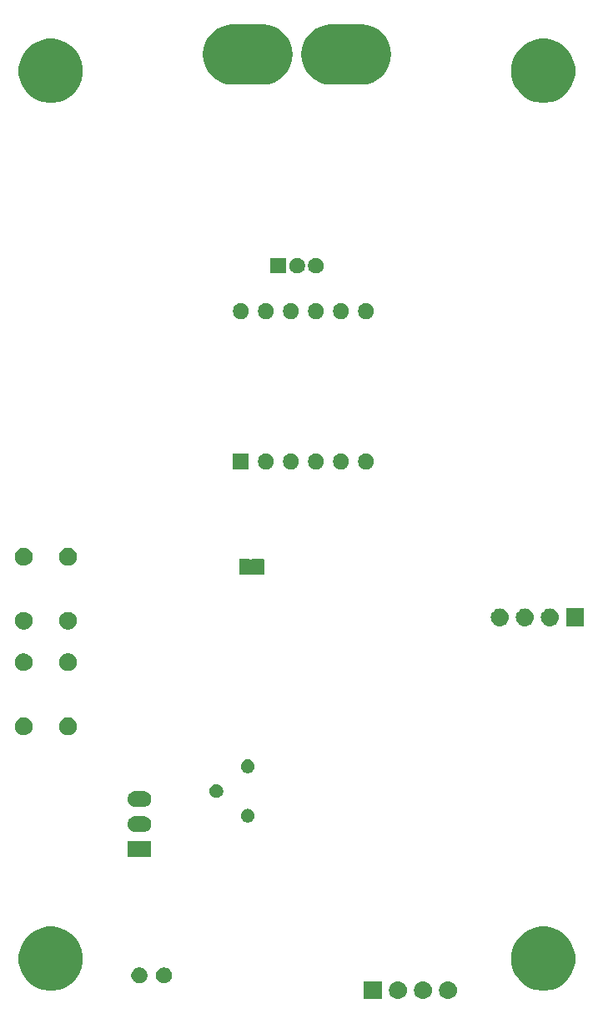
<source format=gbs>
G04 #@! TF.GenerationSoftware,KiCad,Pcbnew,(5.1.4)-1*
G04 #@! TF.CreationDate,2020-11-18T17:54:53+09:00*
G04 #@! TF.ProjectId,CurrentIndicator,43757272-656e-4744-996e-64696361746f,rev?*
G04 #@! TF.SameCoordinates,Original*
G04 #@! TF.FileFunction,Soldermask,Bot*
G04 #@! TF.FilePolarity,Negative*
%FSLAX46Y46*%
G04 Gerber Fmt 4.6, Leading zero omitted, Abs format (unit mm)*
G04 Created by KiCad (PCBNEW (5.1.4)-1) date 2020-11-18 17:54:53*
%MOMM*%
%LPD*%
G04 APERTURE LIST*
%ADD10C,0.100000*%
G04 APERTURE END LIST*
D10*
G36*
X180350443Y-147305519D02*
G01*
X180416627Y-147312037D01*
X180586466Y-147363557D01*
X180742991Y-147447222D01*
X180778729Y-147476552D01*
X180880186Y-147559814D01*
X180963448Y-147661271D01*
X180992778Y-147697009D01*
X181076443Y-147853534D01*
X181127963Y-148023373D01*
X181145359Y-148200000D01*
X181127963Y-148376627D01*
X181076443Y-148546466D01*
X180992778Y-148702991D01*
X180963448Y-148738729D01*
X180880186Y-148840186D01*
X180778729Y-148923448D01*
X180742991Y-148952778D01*
X180586466Y-149036443D01*
X180416627Y-149087963D01*
X180350443Y-149094481D01*
X180284260Y-149101000D01*
X180195740Y-149101000D01*
X180129557Y-149094481D01*
X180063373Y-149087963D01*
X179893534Y-149036443D01*
X179737009Y-148952778D01*
X179701271Y-148923448D01*
X179599814Y-148840186D01*
X179516552Y-148738729D01*
X179487222Y-148702991D01*
X179403557Y-148546466D01*
X179352037Y-148376627D01*
X179334641Y-148200000D01*
X179352037Y-148023373D01*
X179403557Y-147853534D01*
X179487222Y-147697009D01*
X179516552Y-147661271D01*
X179599814Y-147559814D01*
X179701271Y-147476552D01*
X179737009Y-147447222D01*
X179893534Y-147363557D01*
X180063373Y-147312037D01*
X180129557Y-147305519D01*
X180195740Y-147299000D01*
X180284260Y-147299000D01*
X180350443Y-147305519D01*
X180350443Y-147305519D01*
G37*
G36*
X178601000Y-149101000D02*
G01*
X176799000Y-149101000D01*
X176799000Y-147299000D01*
X178601000Y-147299000D01*
X178601000Y-149101000D01*
X178601000Y-149101000D01*
G37*
G36*
X185430443Y-147305519D02*
G01*
X185496627Y-147312037D01*
X185666466Y-147363557D01*
X185822991Y-147447222D01*
X185858729Y-147476552D01*
X185960186Y-147559814D01*
X186043448Y-147661271D01*
X186072778Y-147697009D01*
X186156443Y-147853534D01*
X186207963Y-148023373D01*
X186225359Y-148200000D01*
X186207963Y-148376627D01*
X186156443Y-148546466D01*
X186072778Y-148702991D01*
X186043448Y-148738729D01*
X185960186Y-148840186D01*
X185858729Y-148923448D01*
X185822991Y-148952778D01*
X185666466Y-149036443D01*
X185496627Y-149087963D01*
X185430443Y-149094481D01*
X185364260Y-149101000D01*
X185275740Y-149101000D01*
X185209557Y-149094481D01*
X185143373Y-149087963D01*
X184973534Y-149036443D01*
X184817009Y-148952778D01*
X184781271Y-148923448D01*
X184679814Y-148840186D01*
X184596552Y-148738729D01*
X184567222Y-148702991D01*
X184483557Y-148546466D01*
X184432037Y-148376627D01*
X184414641Y-148200000D01*
X184432037Y-148023373D01*
X184483557Y-147853534D01*
X184567222Y-147697009D01*
X184596552Y-147661271D01*
X184679814Y-147559814D01*
X184781271Y-147476552D01*
X184817009Y-147447222D01*
X184973534Y-147363557D01*
X185143373Y-147312037D01*
X185209557Y-147305519D01*
X185275740Y-147299000D01*
X185364260Y-147299000D01*
X185430443Y-147305519D01*
X185430443Y-147305519D01*
G37*
G36*
X182890443Y-147305519D02*
G01*
X182956627Y-147312037D01*
X183126466Y-147363557D01*
X183282991Y-147447222D01*
X183318729Y-147476552D01*
X183420186Y-147559814D01*
X183503448Y-147661271D01*
X183532778Y-147697009D01*
X183616443Y-147853534D01*
X183667963Y-148023373D01*
X183685359Y-148200000D01*
X183667963Y-148376627D01*
X183616443Y-148546466D01*
X183532778Y-148702991D01*
X183503448Y-148738729D01*
X183420186Y-148840186D01*
X183318729Y-148923448D01*
X183282991Y-148952778D01*
X183126466Y-149036443D01*
X182956627Y-149087963D01*
X182890443Y-149094481D01*
X182824260Y-149101000D01*
X182735740Y-149101000D01*
X182669557Y-149094481D01*
X182603373Y-149087963D01*
X182433534Y-149036443D01*
X182277009Y-148952778D01*
X182241271Y-148923448D01*
X182139814Y-148840186D01*
X182056552Y-148738729D01*
X182027222Y-148702991D01*
X181943557Y-148546466D01*
X181892037Y-148376627D01*
X181874641Y-148200000D01*
X181892037Y-148023373D01*
X181943557Y-147853534D01*
X182027222Y-147697009D01*
X182056552Y-147661271D01*
X182139814Y-147559814D01*
X182241271Y-147476552D01*
X182277009Y-147447222D01*
X182433534Y-147363557D01*
X182603373Y-147312037D01*
X182669557Y-147305519D01*
X182735740Y-147299000D01*
X182824260Y-147299000D01*
X182890443Y-147305519D01*
X182890443Y-147305519D01*
G37*
G36*
X195634239Y-141811467D02*
G01*
X195948282Y-141873934D01*
X196539926Y-142119001D01*
X197072392Y-142474784D01*
X197525216Y-142927608D01*
X197880999Y-143460074D01*
X198126066Y-144051718D01*
X198251000Y-144679804D01*
X198251000Y-145320196D01*
X198126066Y-145948282D01*
X197880999Y-146539926D01*
X197525216Y-147072392D01*
X197072392Y-147525216D01*
X196539926Y-147880999D01*
X195948282Y-148126066D01*
X195634239Y-148188533D01*
X195320197Y-148251000D01*
X194679803Y-148251000D01*
X194365761Y-148188533D01*
X194051718Y-148126066D01*
X193460074Y-147880999D01*
X192927608Y-147525216D01*
X192474784Y-147072392D01*
X192119001Y-146539926D01*
X191873934Y-145948282D01*
X191749000Y-145320196D01*
X191749000Y-144679804D01*
X191873934Y-144051718D01*
X192119001Y-143460074D01*
X192474784Y-142927608D01*
X192927608Y-142474784D01*
X193460074Y-142119001D01*
X194051718Y-141873934D01*
X194365761Y-141811467D01*
X194679803Y-141749000D01*
X195320197Y-141749000D01*
X195634239Y-141811467D01*
X195634239Y-141811467D01*
G37*
G36*
X145634239Y-141811467D02*
G01*
X145948282Y-141873934D01*
X146539926Y-142119001D01*
X147072392Y-142474784D01*
X147525216Y-142927608D01*
X147880999Y-143460074D01*
X148126066Y-144051718D01*
X148251000Y-144679804D01*
X148251000Y-145320196D01*
X148126066Y-145948282D01*
X147880999Y-146539926D01*
X147525216Y-147072392D01*
X147072392Y-147525216D01*
X146539926Y-147880999D01*
X145948282Y-148126066D01*
X145634239Y-148188533D01*
X145320197Y-148251000D01*
X144679803Y-148251000D01*
X144365761Y-148188533D01*
X144051718Y-148126066D01*
X143460074Y-147880999D01*
X142927608Y-147525216D01*
X142474784Y-147072392D01*
X142119001Y-146539926D01*
X141873934Y-145948282D01*
X141749000Y-145320196D01*
X141749000Y-144679804D01*
X141873934Y-144051718D01*
X142119001Y-143460074D01*
X142474784Y-142927608D01*
X142927608Y-142474784D01*
X143460074Y-142119001D01*
X144051718Y-141873934D01*
X144365761Y-141811467D01*
X144679803Y-141749000D01*
X145320197Y-141749000D01*
X145634239Y-141811467D01*
X145634239Y-141811467D01*
G37*
G36*
X154237142Y-145918242D02*
G01*
X154385101Y-145979529D01*
X154518255Y-146068499D01*
X154631501Y-146181745D01*
X154720471Y-146314899D01*
X154781758Y-146462858D01*
X154813000Y-146619925D01*
X154813000Y-146780075D01*
X154781758Y-146937142D01*
X154720471Y-147085101D01*
X154631501Y-147218255D01*
X154518255Y-147331501D01*
X154385101Y-147420471D01*
X154237142Y-147481758D01*
X154080075Y-147513000D01*
X153919925Y-147513000D01*
X153762858Y-147481758D01*
X153614899Y-147420471D01*
X153481745Y-147331501D01*
X153368499Y-147218255D01*
X153279529Y-147085101D01*
X153218242Y-146937142D01*
X153187000Y-146780075D01*
X153187000Y-146619925D01*
X153218242Y-146462858D01*
X153279529Y-146314899D01*
X153368499Y-146181745D01*
X153481745Y-146068499D01*
X153614899Y-145979529D01*
X153762858Y-145918242D01*
X153919925Y-145887000D01*
X154080075Y-145887000D01*
X154237142Y-145918242D01*
X154237142Y-145918242D01*
G37*
G36*
X156737142Y-145918242D02*
G01*
X156885101Y-145979529D01*
X157018255Y-146068499D01*
X157131501Y-146181745D01*
X157220471Y-146314899D01*
X157281758Y-146462858D01*
X157313000Y-146619925D01*
X157313000Y-146780075D01*
X157281758Y-146937142D01*
X157220471Y-147085101D01*
X157131501Y-147218255D01*
X157018255Y-147331501D01*
X156885101Y-147420471D01*
X156737142Y-147481758D01*
X156580075Y-147513000D01*
X156419925Y-147513000D01*
X156262858Y-147481758D01*
X156114899Y-147420471D01*
X155981745Y-147331501D01*
X155868499Y-147218255D01*
X155779529Y-147085101D01*
X155718242Y-146937142D01*
X155687000Y-146780075D01*
X155687000Y-146619925D01*
X155718242Y-146462858D01*
X155779529Y-146314899D01*
X155868499Y-146181745D01*
X155981745Y-146068499D01*
X156114899Y-145979529D01*
X156262858Y-145918242D01*
X156419925Y-145887000D01*
X156580075Y-145887000D01*
X156737142Y-145918242D01*
X156737142Y-145918242D01*
G37*
G36*
X155201000Y-134701000D02*
G01*
X152799000Y-134701000D01*
X152799000Y-133099000D01*
X155201000Y-133099000D01*
X155201000Y-134701000D01*
X155201000Y-134701000D01*
G37*
G36*
X154478571Y-130562863D02*
G01*
X154557023Y-130570590D01*
X154657682Y-130601125D01*
X154708013Y-130616392D01*
X154847165Y-130690771D01*
X154969133Y-130790867D01*
X155069229Y-130912835D01*
X155143608Y-131051987D01*
X155143608Y-131051988D01*
X155189410Y-131202977D01*
X155204875Y-131360000D01*
X155189410Y-131517023D01*
X155158875Y-131617682D01*
X155143608Y-131668013D01*
X155069229Y-131807165D01*
X154969133Y-131929133D01*
X154847165Y-132029229D01*
X154708013Y-132103608D01*
X154657682Y-132118875D01*
X154557023Y-132149410D01*
X154478571Y-132157137D01*
X154439346Y-132161000D01*
X153560654Y-132161000D01*
X153521429Y-132157137D01*
X153442977Y-132149410D01*
X153342318Y-132118875D01*
X153291987Y-132103608D01*
X153152835Y-132029229D01*
X153030867Y-131929133D01*
X152930771Y-131807165D01*
X152856392Y-131668013D01*
X152841125Y-131617682D01*
X152810590Y-131517023D01*
X152795125Y-131360000D01*
X152810590Y-131202977D01*
X152856392Y-131051988D01*
X152856392Y-131051987D01*
X152930771Y-130912835D01*
X153030867Y-130790867D01*
X153152835Y-130690771D01*
X153291987Y-130616392D01*
X153342318Y-130601125D01*
X153442977Y-130570590D01*
X153521429Y-130562863D01*
X153560654Y-130559000D01*
X154439346Y-130559000D01*
X154478571Y-130562863D01*
X154478571Y-130562863D01*
G37*
G36*
X165204473Y-129825938D02*
G01*
X165332049Y-129878782D01*
X165446859Y-129955495D01*
X165544505Y-130053141D01*
X165621218Y-130167951D01*
X165674062Y-130295527D01*
X165701000Y-130430956D01*
X165701000Y-130569044D01*
X165674062Y-130704473D01*
X165621218Y-130832049D01*
X165544505Y-130946859D01*
X165446859Y-131044505D01*
X165332049Y-131121218D01*
X165204473Y-131174062D01*
X165069044Y-131201000D01*
X164930956Y-131201000D01*
X164795527Y-131174062D01*
X164667951Y-131121218D01*
X164553141Y-131044505D01*
X164455495Y-130946859D01*
X164378782Y-130832049D01*
X164325938Y-130704473D01*
X164299000Y-130569044D01*
X164299000Y-130430956D01*
X164325938Y-130295527D01*
X164378782Y-130167951D01*
X164455495Y-130053141D01*
X164553141Y-129955495D01*
X164667951Y-129878782D01*
X164795527Y-129825938D01*
X164930956Y-129799000D01*
X165069044Y-129799000D01*
X165204473Y-129825938D01*
X165204473Y-129825938D01*
G37*
G36*
X154478571Y-128022863D02*
G01*
X154557023Y-128030590D01*
X154657682Y-128061125D01*
X154708013Y-128076392D01*
X154847165Y-128150771D01*
X154969133Y-128250867D01*
X155069229Y-128372835D01*
X155143608Y-128511987D01*
X155143608Y-128511988D01*
X155189410Y-128662977D01*
X155204875Y-128820000D01*
X155189410Y-128977023D01*
X155158875Y-129077682D01*
X155143608Y-129128013D01*
X155069229Y-129267165D01*
X154969133Y-129389133D01*
X154847165Y-129489229D01*
X154708013Y-129563608D01*
X154657682Y-129578875D01*
X154557023Y-129609410D01*
X154478571Y-129617137D01*
X154439346Y-129621000D01*
X153560654Y-129621000D01*
X153521429Y-129617137D01*
X153442977Y-129609410D01*
X153342318Y-129578875D01*
X153291987Y-129563608D01*
X153152835Y-129489229D01*
X153030867Y-129389133D01*
X152930771Y-129267165D01*
X152856392Y-129128013D01*
X152841125Y-129077682D01*
X152810590Y-128977023D01*
X152795125Y-128820000D01*
X152810590Y-128662977D01*
X152856392Y-128511988D01*
X152856392Y-128511987D01*
X152930771Y-128372835D01*
X153030867Y-128250867D01*
X153152835Y-128150771D01*
X153291987Y-128076392D01*
X153342318Y-128061125D01*
X153442977Y-128030590D01*
X153521429Y-128022863D01*
X153560654Y-128019000D01*
X154439346Y-128019000D01*
X154478571Y-128022863D01*
X154478571Y-128022863D01*
G37*
G36*
X162004473Y-127325938D02*
G01*
X162132049Y-127378782D01*
X162246859Y-127455495D01*
X162344505Y-127553141D01*
X162421218Y-127667951D01*
X162474062Y-127795527D01*
X162501000Y-127930956D01*
X162501000Y-128069044D01*
X162474062Y-128204473D01*
X162421218Y-128332049D01*
X162344505Y-128446859D01*
X162246859Y-128544505D01*
X162132049Y-128621218D01*
X162004473Y-128674062D01*
X161869044Y-128701000D01*
X161730956Y-128701000D01*
X161595527Y-128674062D01*
X161467951Y-128621218D01*
X161353141Y-128544505D01*
X161255495Y-128446859D01*
X161178782Y-128332049D01*
X161125938Y-128204473D01*
X161099000Y-128069044D01*
X161099000Y-127930956D01*
X161125938Y-127795527D01*
X161178782Y-127667951D01*
X161255495Y-127553141D01*
X161353141Y-127455495D01*
X161467951Y-127378782D01*
X161595527Y-127325938D01*
X161730956Y-127299000D01*
X161869044Y-127299000D01*
X162004473Y-127325938D01*
X162004473Y-127325938D01*
G37*
G36*
X165204473Y-124825938D02*
G01*
X165332049Y-124878782D01*
X165446859Y-124955495D01*
X165544505Y-125053141D01*
X165621218Y-125167951D01*
X165674062Y-125295527D01*
X165701000Y-125430956D01*
X165701000Y-125569044D01*
X165674062Y-125704473D01*
X165621218Y-125832049D01*
X165544505Y-125946859D01*
X165446859Y-126044505D01*
X165332049Y-126121218D01*
X165204473Y-126174062D01*
X165069044Y-126201000D01*
X164930956Y-126201000D01*
X164795527Y-126174062D01*
X164667951Y-126121218D01*
X164553141Y-126044505D01*
X164455495Y-125946859D01*
X164378782Y-125832049D01*
X164325938Y-125704473D01*
X164299000Y-125569044D01*
X164299000Y-125430956D01*
X164325938Y-125295527D01*
X164378782Y-125167951D01*
X164455495Y-125053141D01*
X164553141Y-124955495D01*
X164667951Y-124878782D01*
X164795527Y-124825938D01*
X164930956Y-124799000D01*
X165069044Y-124799000D01*
X165204473Y-124825938D01*
X165204473Y-124825938D01*
G37*
G36*
X146863512Y-120553927D02*
G01*
X147012812Y-120583624D01*
X147176784Y-120651544D01*
X147324354Y-120750147D01*
X147449853Y-120875646D01*
X147548456Y-121023216D01*
X147616376Y-121187188D01*
X147651000Y-121361259D01*
X147651000Y-121538741D01*
X147616376Y-121712812D01*
X147548456Y-121876784D01*
X147449853Y-122024354D01*
X147324354Y-122149853D01*
X147176784Y-122248456D01*
X147012812Y-122316376D01*
X146863512Y-122346073D01*
X146838742Y-122351000D01*
X146661258Y-122351000D01*
X146636488Y-122346073D01*
X146487188Y-122316376D01*
X146323216Y-122248456D01*
X146175646Y-122149853D01*
X146050147Y-122024354D01*
X145951544Y-121876784D01*
X145883624Y-121712812D01*
X145849000Y-121538741D01*
X145849000Y-121361259D01*
X145883624Y-121187188D01*
X145951544Y-121023216D01*
X146050147Y-120875646D01*
X146175646Y-120750147D01*
X146323216Y-120651544D01*
X146487188Y-120583624D01*
X146636488Y-120553927D01*
X146661258Y-120549000D01*
X146838742Y-120549000D01*
X146863512Y-120553927D01*
X146863512Y-120553927D01*
G37*
G36*
X142363512Y-120553927D02*
G01*
X142512812Y-120583624D01*
X142676784Y-120651544D01*
X142824354Y-120750147D01*
X142949853Y-120875646D01*
X143048456Y-121023216D01*
X143116376Y-121187188D01*
X143151000Y-121361259D01*
X143151000Y-121538741D01*
X143116376Y-121712812D01*
X143048456Y-121876784D01*
X142949853Y-122024354D01*
X142824354Y-122149853D01*
X142676784Y-122248456D01*
X142512812Y-122316376D01*
X142363512Y-122346073D01*
X142338742Y-122351000D01*
X142161258Y-122351000D01*
X142136488Y-122346073D01*
X141987188Y-122316376D01*
X141823216Y-122248456D01*
X141675646Y-122149853D01*
X141550147Y-122024354D01*
X141451544Y-121876784D01*
X141383624Y-121712812D01*
X141349000Y-121538741D01*
X141349000Y-121361259D01*
X141383624Y-121187188D01*
X141451544Y-121023216D01*
X141550147Y-120875646D01*
X141675646Y-120750147D01*
X141823216Y-120651544D01*
X141987188Y-120583624D01*
X142136488Y-120553927D01*
X142161258Y-120549000D01*
X142338742Y-120549000D01*
X142363512Y-120553927D01*
X142363512Y-120553927D01*
G37*
G36*
X142363512Y-114053927D02*
G01*
X142512812Y-114083624D01*
X142676784Y-114151544D01*
X142824354Y-114250147D01*
X142949853Y-114375646D01*
X143048456Y-114523216D01*
X143116376Y-114687188D01*
X143151000Y-114861259D01*
X143151000Y-115038741D01*
X143116376Y-115212812D01*
X143048456Y-115376784D01*
X142949853Y-115524354D01*
X142824354Y-115649853D01*
X142676784Y-115748456D01*
X142512812Y-115816376D01*
X142363512Y-115846073D01*
X142338742Y-115851000D01*
X142161258Y-115851000D01*
X142136488Y-115846073D01*
X141987188Y-115816376D01*
X141823216Y-115748456D01*
X141675646Y-115649853D01*
X141550147Y-115524354D01*
X141451544Y-115376784D01*
X141383624Y-115212812D01*
X141349000Y-115038741D01*
X141349000Y-114861259D01*
X141383624Y-114687188D01*
X141451544Y-114523216D01*
X141550147Y-114375646D01*
X141675646Y-114250147D01*
X141823216Y-114151544D01*
X141987188Y-114083624D01*
X142136488Y-114053927D01*
X142161258Y-114049000D01*
X142338742Y-114049000D01*
X142363512Y-114053927D01*
X142363512Y-114053927D01*
G37*
G36*
X146863512Y-114053927D02*
G01*
X147012812Y-114083624D01*
X147176784Y-114151544D01*
X147324354Y-114250147D01*
X147449853Y-114375646D01*
X147548456Y-114523216D01*
X147616376Y-114687188D01*
X147651000Y-114861259D01*
X147651000Y-115038741D01*
X147616376Y-115212812D01*
X147548456Y-115376784D01*
X147449853Y-115524354D01*
X147324354Y-115649853D01*
X147176784Y-115748456D01*
X147012812Y-115816376D01*
X146863512Y-115846073D01*
X146838742Y-115851000D01*
X146661258Y-115851000D01*
X146636488Y-115846073D01*
X146487188Y-115816376D01*
X146323216Y-115748456D01*
X146175646Y-115649853D01*
X146050147Y-115524354D01*
X145951544Y-115376784D01*
X145883624Y-115212812D01*
X145849000Y-115038741D01*
X145849000Y-114861259D01*
X145883624Y-114687188D01*
X145951544Y-114523216D01*
X146050147Y-114375646D01*
X146175646Y-114250147D01*
X146323216Y-114151544D01*
X146487188Y-114083624D01*
X146636488Y-114053927D01*
X146661258Y-114049000D01*
X146838742Y-114049000D01*
X146863512Y-114053927D01*
X146863512Y-114053927D01*
G37*
G36*
X146863512Y-109853927D02*
G01*
X147012812Y-109883624D01*
X147176784Y-109951544D01*
X147324354Y-110050147D01*
X147449853Y-110175646D01*
X147548456Y-110323216D01*
X147616376Y-110487188D01*
X147651000Y-110661259D01*
X147651000Y-110838741D01*
X147616376Y-111012812D01*
X147548456Y-111176784D01*
X147449853Y-111324354D01*
X147324354Y-111449853D01*
X147176784Y-111548456D01*
X147012812Y-111616376D01*
X146863512Y-111646073D01*
X146838742Y-111651000D01*
X146661258Y-111651000D01*
X146636488Y-111646073D01*
X146487188Y-111616376D01*
X146323216Y-111548456D01*
X146175646Y-111449853D01*
X146050147Y-111324354D01*
X145951544Y-111176784D01*
X145883624Y-111012812D01*
X145849000Y-110838741D01*
X145849000Y-110661259D01*
X145883624Y-110487188D01*
X145951544Y-110323216D01*
X146050147Y-110175646D01*
X146175646Y-110050147D01*
X146323216Y-109951544D01*
X146487188Y-109883624D01*
X146636488Y-109853927D01*
X146661258Y-109849000D01*
X146838742Y-109849000D01*
X146863512Y-109853927D01*
X146863512Y-109853927D01*
G37*
G36*
X142363512Y-109853927D02*
G01*
X142512812Y-109883624D01*
X142676784Y-109951544D01*
X142824354Y-110050147D01*
X142949853Y-110175646D01*
X143048456Y-110323216D01*
X143116376Y-110487188D01*
X143151000Y-110661259D01*
X143151000Y-110838741D01*
X143116376Y-111012812D01*
X143048456Y-111176784D01*
X142949853Y-111324354D01*
X142824354Y-111449853D01*
X142676784Y-111548456D01*
X142512812Y-111616376D01*
X142363512Y-111646073D01*
X142338742Y-111651000D01*
X142161258Y-111651000D01*
X142136488Y-111646073D01*
X141987188Y-111616376D01*
X141823216Y-111548456D01*
X141675646Y-111449853D01*
X141550147Y-111324354D01*
X141451544Y-111176784D01*
X141383624Y-111012812D01*
X141349000Y-110838741D01*
X141349000Y-110661259D01*
X141383624Y-110487188D01*
X141451544Y-110323216D01*
X141550147Y-110175646D01*
X141675646Y-110050147D01*
X141823216Y-109951544D01*
X141987188Y-109883624D01*
X142136488Y-109853927D01*
X142161258Y-109849000D01*
X142338742Y-109849000D01*
X142363512Y-109853927D01*
X142363512Y-109853927D01*
G37*
G36*
X193230442Y-109505518D02*
G01*
X193296627Y-109512037D01*
X193466466Y-109563557D01*
X193622991Y-109647222D01*
X193658729Y-109676552D01*
X193760186Y-109759814D01*
X193833378Y-109849000D01*
X193872778Y-109897009D01*
X193956443Y-110053534D01*
X194007963Y-110223373D01*
X194025359Y-110400000D01*
X194007963Y-110576627D01*
X193956443Y-110746466D01*
X193872778Y-110902991D01*
X193843448Y-110938729D01*
X193760186Y-111040186D01*
X193658729Y-111123448D01*
X193622991Y-111152778D01*
X193466466Y-111236443D01*
X193296627Y-111287963D01*
X193230442Y-111294482D01*
X193164260Y-111301000D01*
X193075740Y-111301000D01*
X193009558Y-111294482D01*
X192943373Y-111287963D01*
X192773534Y-111236443D01*
X192617009Y-111152778D01*
X192581271Y-111123448D01*
X192479814Y-111040186D01*
X192396552Y-110938729D01*
X192367222Y-110902991D01*
X192283557Y-110746466D01*
X192232037Y-110576627D01*
X192214641Y-110400000D01*
X192232037Y-110223373D01*
X192283557Y-110053534D01*
X192367222Y-109897009D01*
X192406622Y-109849000D01*
X192479814Y-109759814D01*
X192581271Y-109676552D01*
X192617009Y-109647222D01*
X192773534Y-109563557D01*
X192943373Y-109512037D01*
X193009558Y-109505518D01*
X193075740Y-109499000D01*
X193164260Y-109499000D01*
X193230442Y-109505518D01*
X193230442Y-109505518D01*
G37*
G36*
X190690442Y-109505518D02*
G01*
X190756627Y-109512037D01*
X190926466Y-109563557D01*
X191082991Y-109647222D01*
X191118729Y-109676552D01*
X191220186Y-109759814D01*
X191293378Y-109849000D01*
X191332778Y-109897009D01*
X191416443Y-110053534D01*
X191467963Y-110223373D01*
X191485359Y-110400000D01*
X191467963Y-110576627D01*
X191416443Y-110746466D01*
X191332778Y-110902991D01*
X191303448Y-110938729D01*
X191220186Y-111040186D01*
X191118729Y-111123448D01*
X191082991Y-111152778D01*
X190926466Y-111236443D01*
X190756627Y-111287963D01*
X190690442Y-111294482D01*
X190624260Y-111301000D01*
X190535740Y-111301000D01*
X190469558Y-111294482D01*
X190403373Y-111287963D01*
X190233534Y-111236443D01*
X190077009Y-111152778D01*
X190041271Y-111123448D01*
X189939814Y-111040186D01*
X189856552Y-110938729D01*
X189827222Y-110902991D01*
X189743557Y-110746466D01*
X189692037Y-110576627D01*
X189674641Y-110400000D01*
X189692037Y-110223373D01*
X189743557Y-110053534D01*
X189827222Y-109897009D01*
X189866622Y-109849000D01*
X189939814Y-109759814D01*
X190041271Y-109676552D01*
X190077009Y-109647222D01*
X190233534Y-109563557D01*
X190403373Y-109512037D01*
X190469558Y-109505518D01*
X190535740Y-109499000D01*
X190624260Y-109499000D01*
X190690442Y-109505518D01*
X190690442Y-109505518D01*
G37*
G36*
X195770442Y-109505518D02*
G01*
X195836627Y-109512037D01*
X196006466Y-109563557D01*
X196162991Y-109647222D01*
X196198729Y-109676552D01*
X196300186Y-109759814D01*
X196373378Y-109849000D01*
X196412778Y-109897009D01*
X196496443Y-110053534D01*
X196547963Y-110223373D01*
X196565359Y-110400000D01*
X196547963Y-110576627D01*
X196496443Y-110746466D01*
X196412778Y-110902991D01*
X196383448Y-110938729D01*
X196300186Y-111040186D01*
X196198729Y-111123448D01*
X196162991Y-111152778D01*
X196006466Y-111236443D01*
X195836627Y-111287963D01*
X195770442Y-111294482D01*
X195704260Y-111301000D01*
X195615740Y-111301000D01*
X195549558Y-111294482D01*
X195483373Y-111287963D01*
X195313534Y-111236443D01*
X195157009Y-111152778D01*
X195121271Y-111123448D01*
X195019814Y-111040186D01*
X194936552Y-110938729D01*
X194907222Y-110902991D01*
X194823557Y-110746466D01*
X194772037Y-110576627D01*
X194754641Y-110400000D01*
X194772037Y-110223373D01*
X194823557Y-110053534D01*
X194907222Y-109897009D01*
X194946622Y-109849000D01*
X195019814Y-109759814D01*
X195121271Y-109676552D01*
X195157009Y-109647222D01*
X195313534Y-109563557D01*
X195483373Y-109512037D01*
X195549558Y-109505518D01*
X195615740Y-109499000D01*
X195704260Y-109499000D01*
X195770442Y-109505518D01*
X195770442Y-109505518D01*
G37*
G36*
X199101000Y-111301000D02*
G01*
X197299000Y-111301000D01*
X197299000Y-109499000D01*
X199101000Y-109499000D01*
X199101000Y-111301000D01*
X199101000Y-111301000D01*
G37*
G36*
X165184999Y-104499737D02*
G01*
X165194608Y-104502652D01*
X165203472Y-104507390D01*
X165211212Y-104513742D01*
X165211213Y-104513743D01*
X165211237Y-104513763D01*
X165217640Y-104521573D01*
X165217677Y-104521628D01*
X165225480Y-104531147D01*
X165225511Y-104531122D01*
X165236853Y-104544972D01*
X165255779Y-104560537D01*
X165277377Y-104572111D01*
X165300819Y-104579249D01*
X165325202Y-104581676D01*
X165349591Y-104579300D01*
X165373047Y-104572211D01*
X165394670Y-104560682D01*
X165413628Y-104545157D01*
X165429193Y-104526231D01*
X165431029Y-104523175D01*
X165432418Y-104521486D01*
X165432419Y-104521484D01*
X165438801Y-104513725D01*
X165446573Y-104507360D01*
X165446575Y-104507358D01*
X165455399Y-104502654D01*
X165455438Y-104502633D01*
X165465055Y-104499727D01*
X165465085Y-104499718D01*
X165481113Y-104498148D01*
X166618860Y-104498148D01*
X166634999Y-104499737D01*
X166644608Y-104502652D01*
X166653472Y-104507390D01*
X166661237Y-104513763D01*
X166667610Y-104521528D01*
X166672348Y-104530392D01*
X166675263Y-104540001D01*
X166676852Y-104556140D01*
X166676852Y-106043860D01*
X166675263Y-106059999D01*
X166672348Y-106069608D01*
X166667610Y-106078472D01*
X166661237Y-106086237D01*
X166653472Y-106092610D01*
X166644608Y-106097348D01*
X166634999Y-106100263D01*
X166618860Y-106101852D01*
X165481140Y-106101852D01*
X165465001Y-106100263D01*
X165455392Y-106097348D01*
X165446528Y-106092610D01*
X165438763Y-106086237D01*
X165428116Y-106073263D01*
X165421947Y-106064032D01*
X165404619Y-106046706D01*
X165384244Y-106033093D01*
X165361605Y-106023717D01*
X165337572Y-106018937D01*
X165313068Y-106018938D01*
X165289035Y-106023720D01*
X165266396Y-106033098D01*
X165246022Y-106046713D01*
X165228696Y-106064041D01*
X165221825Y-106073317D01*
X165217640Y-106078427D01*
X165211275Y-106086199D01*
X165203516Y-106092581D01*
X165194661Y-106097326D01*
X165191623Y-106098251D01*
X165185085Y-106100242D01*
X165185082Y-106100242D01*
X165185050Y-106100252D01*
X165175000Y-106101247D01*
X165174935Y-106101247D01*
X165168825Y-106101852D01*
X164181140Y-106101852D01*
X164165001Y-106100263D01*
X164155392Y-106097348D01*
X164146528Y-106092610D01*
X164138763Y-106086237D01*
X164132390Y-106078472D01*
X164127652Y-106069608D01*
X164124737Y-106059999D01*
X164123148Y-106043860D01*
X164123148Y-104556140D01*
X164124737Y-104540001D01*
X164127652Y-104530392D01*
X164132390Y-104521528D01*
X164138763Y-104513763D01*
X164146528Y-104507390D01*
X164155392Y-104502652D01*
X164165001Y-104499737D01*
X164181140Y-104498148D01*
X165168860Y-104498148D01*
X165184999Y-104499737D01*
X165184999Y-104499737D01*
G37*
G36*
X142363512Y-103353927D02*
G01*
X142512812Y-103383624D01*
X142676784Y-103451544D01*
X142824354Y-103550147D01*
X142949853Y-103675646D01*
X143048456Y-103823216D01*
X143116376Y-103987188D01*
X143151000Y-104161259D01*
X143151000Y-104338741D01*
X143116376Y-104512812D01*
X143048456Y-104676784D01*
X142949853Y-104824354D01*
X142824354Y-104949853D01*
X142676784Y-105048456D01*
X142512812Y-105116376D01*
X142363512Y-105146073D01*
X142338742Y-105151000D01*
X142161258Y-105151000D01*
X142136488Y-105146073D01*
X141987188Y-105116376D01*
X141823216Y-105048456D01*
X141675646Y-104949853D01*
X141550147Y-104824354D01*
X141451544Y-104676784D01*
X141383624Y-104512812D01*
X141349000Y-104338741D01*
X141349000Y-104161259D01*
X141383624Y-103987188D01*
X141451544Y-103823216D01*
X141550147Y-103675646D01*
X141675646Y-103550147D01*
X141823216Y-103451544D01*
X141987188Y-103383624D01*
X142136488Y-103353927D01*
X142161258Y-103349000D01*
X142338742Y-103349000D01*
X142363512Y-103353927D01*
X142363512Y-103353927D01*
G37*
G36*
X146863512Y-103353927D02*
G01*
X147012812Y-103383624D01*
X147176784Y-103451544D01*
X147324354Y-103550147D01*
X147449853Y-103675646D01*
X147548456Y-103823216D01*
X147616376Y-103987188D01*
X147651000Y-104161259D01*
X147651000Y-104338741D01*
X147616376Y-104512812D01*
X147548456Y-104676784D01*
X147449853Y-104824354D01*
X147324354Y-104949853D01*
X147176784Y-105048456D01*
X147012812Y-105116376D01*
X146863512Y-105146073D01*
X146838742Y-105151000D01*
X146661258Y-105151000D01*
X146636488Y-105146073D01*
X146487188Y-105116376D01*
X146323216Y-105048456D01*
X146175646Y-104949853D01*
X146050147Y-104824354D01*
X145951544Y-104676784D01*
X145883624Y-104512812D01*
X145849000Y-104338741D01*
X145849000Y-104161259D01*
X145883624Y-103987188D01*
X145951544Y-103823216D01*
X146050147Y-103675646D01*
X146175646Y-103550147D01*
X146323216Y-103451544D01*
X146487188Y-103383624D01*
X146636488Y-103353927D01*
X146661258Y-103349000D01*
X146838742Y-103349000D01*
X146863512Y-103353927D01*
X146863512Y-103353927D01*
G37*
G36*
X165101000Y-95401000D02*
G01*
X163499000Y-95401000D01*
X163499000Y-93799000D01*
X165101000Y-93799000D01*
X165101000Y-95401000D01*
X165101000Y-95401000D01*
G37*
G36*
X167073642Y-93829781D02*
G01*
X167219414Y-93890162D01*
X167219416Y-93890163D01*
X167350608Y-93977822D01*
X167462178Y-94089392D01*
X167549837Y-94220584D01*
X167549838Y-94220586D01*
X167610219Y-94366358D01*
X167641000Y-94521107D01*
X167641000Y-94678893D01*
X167610219Y-94833642D01*
X167549838Y-94979414D01*
X167549837Y-94979416D01*
X167462178Y-95110608D01*
X167350608Y-95222178D01*
X167219416Y-95309837D01*
X167219415Y-95309838D01*
X167219414Y-95309838D01*
X167073642Y-95370219D01*
X166918893Y-95401000D01*
X166761107Y-95401000D01*
X166606358Y-95370219D01*
X166460586Y-95309838D01*
X166460585Y-95309838D01*
X166460584Y-95309837D01*
X166329392Y-95222178D01*
X166217822Y-95110608D01*
X166130163Y-94979416D01*
X166130162Y-94979414D01*
X166069781Y-94833642D01*
X166039000Y-94678893D01*
X166039000Y-94521107D01*
X166069781Y-94366358D01*
X166130162Y-94220586D01*
X166130163Y-94220584D01*
X166217822Y-94089392D01*
X166329392Y-93977822D01*
X166460584Y-93890163D01*
X166460586Y-93890162D01*
X166606358Y-93829781D01*
X166761107Y-93799000D01*
X166918893Y-93799000D01*
X167073642Y-93829781D01*
X167073642Y-93829781D01*
G37*
G36*
X169613642Y-93829781D02*
G01*
X169759414Y-93890162D01*
X169759416Y-93890163D01*
X169890608Y-93977822D01*
X170002178Y-94089392D01*
X170089837Y-94220584D01*
X170089838Y-94220586D01*
X170150219Y-94366358D01*
X170181000Y-94521107D01*
X170181000Y-94678893D01*
X170150219Y-94833642D01*
X170089838Y-94979414D01*
X170089837Y-94979416D01*
X170002178Y-95110608D01*
X169890608Y-95222178D01*
X169759416Y-95309837D01*
X169759415Y-95309838D01*
X169759414Y-95309838D01*
X169613642Y-95370219D01*
X169458893Y-95401000D01*
X169301107Y-95401000D01*
X169146358Y-95370219D01*
X169000586Y-95309838D01*
X169000585Y-95309838D01*
X169000584Y-95309837D01*
X168869392Y-95222178D01*
X168757822Y-95110608D01*
X168670163Y-94979416D01*
X168670162Y-94979414D01*
X168609781Y-94833642D01*
X168579000Y-94678893D01*
X168579000Y-94521107D01*
X168609781Y-94366358D01*
X168670162Y-94220586D01*
X168670163Y-94220584D01*
X168757822Y-94089392D01*
X168869392Y-93977822D01*
X169000584Y-93890163D01*
X169000586Y-93890162D01*
X169146358Y-93829781D01*
X169301107Y-93799000D01*
X169458893Y-93799000D01*
X169613642Y-93829781D01*
X169613642Y-93829781D01*
G37*
G36*
X174693642Y-93829781D02*
G01*
X174839414Y-93890162D01*
X174839416Y-93890163D01*
X174970608Y-93977822D01*
X175082178Y-94089392D01*
X175169837Y-94220584D01*
X175169838Y-94220586D01*
X175230219Y-94366358D01*
X175261000Y-94521107D01*
X175261000Y-94678893D01*
X175230219Y-94833642D01*
X175169838Y-94979414D01*
X175169837Y-94979416D01*
X175082178Y-95110608D01*
X174970608Y-95222178D01*
X174839416Y-95309837D01*
X174839415Y-95309838D01*
X174839414Y-95309838D01*
X174693642Y-95370219D01*
X174538893Y-95401000D01*
X174381107Y-95401000D01*
X174226358Y-95370219D01*
X174080586Y-95309838D01*
X174080585Y-95309838D01*
X174080584Y-95309837D01*
X173949392Y-95222178D01*
X173837822Y-95110608D01*
X173750163Y-94979416D01*
X173750162Y-94979414D01*
X173689781Y-94833642D01*
X173659000Y-94678893D01*
X173659000Y-94521107D01*
X173689781Y-94366358D01*
X173750162Y-94220586D01*
X173750163Y-94220584D01*
X173837822Y-94089392D01*
X173949392Y-93977822D01*
X174080584Y-93890163D01*
X174080586Y-93890162D01*
X174226358Y-93829781D01*
X174381107Y-93799000D01*
X174538893Y-93799000D01*
X174693642Y-93829781D01*
X174693642Y-93829781D01*
G37*
G36*
X177233642Y-93829781D02*
G01*
X177379414Y-93890162D01*
X177379416Y-93890163D01*
X177510608Y-93977822D01*
X177622178Y-94089392D01*
X177709837Y-94220584D01*
X177709838Y-94220586D01*
X177770219Y-94366358D01*
X177801000Y-94521107D01*
X177801000Y-94678893D01*
X177770219Y-94833642D01*
X177709838Y-94979414D01*
X177709837Y-94979416D01*
X177622178Y-95110608D01*
X177510608Y-95222178D01*
X177379416Y-95309837D01*
X177379415Y-95309838D01*
X177379414Y-95309838D01*
X177233642Y-95370219D01*
X177078893Y-95401000D01*
X176921107Y-95401000D01*
X176766358Y-95370219D01*
X176620586Y-95309838D01*
X176620585Y-95309838D01*
X176620584Y-95309837D01*
X176489392Y-95222178D01*
X176377822Y-95110608D01*
X176290163Y-94979416D01*
X176290162Y-94979414D01*
X176229781Y-94833642D01*
X176199000Y-94678893D01*
X176199000Y-94521107D01*
X176229781Y-94366358D01*
X176290162Y-94220586D01*
X176290163Y-94220584D01*
X176377822Y-94089392D01*
X176489392Y-93977822D01*
X176620584Y-93890163D01*
X176620586Y-93890162D01*
X176766358Y-93829781D01*
X176921107Y-93799000D01*
X177078893Y-93799000D01*
X177233642Y-93829781D01*
X177233642Y-93829781D01*
G37*
G36*
X172153642Y-93829781D02*
G01*
X172299414Y-93890162D01*
X172299416Y-93890163D01*
X172430608Y-93977822D01*
X172542178Y-94089392D01*
X172629837Y-94220584D01*
X172629838Y-94220586D01*
X172690219Y-94366358D01*
X172721000Y-94521107D01*
X172721000Y-94678893D01*
X172690219Y-94833642D01*
X172629838Y-94979414D01*
X172629837Y-94979416D01*
X172542178Y-95110608D01*
X172430608Y-95222178D01*
X172299416Y-95309837D01*
X172299415Y-95309838D01*
X172299414Y-95309838D01*
X172153642Y-95370219D01*
X171998893Y-95401000D01*
X171841107Y-95401000D01*
X171686358Y-95370219D01*
X171540586Y-95309838D01*
X171540585Y-95309838D01*
X171540584Y-95309837D01*
X171409392Y-95222178D01*
X171297822Y-95110608D01*
X171210163Y-94979416D01*
X171210162Y-94979414D01*
X171149781Y-94833642D01*
X171119000Y-94678893D01*
X171119000Y-94521107D01*
X171149781Y-94366358D01*
X171210162Y-94220586D01*
X171210163Y-94220584D01*
X171297822Y-94089392D01*
X171409392Y-93977822D01*
X171540584Y-93890163D01*
X171540586Y-93890162D01*
X171686358Y-93829781D01*
X171841107Y-93799000D01*
X171998893Y-93799000D01*
X172153642Y-93829781D01*
X172153642Y-93829781D01*
G37*
G36*
X169613642Y-78589781D02*
G01*
X169759414Y-78650162D01*
X169759416Y-78650163D01*
X169890608Y-78737822D01*
X170002178Y-78849392D01*
X170089837Y-78980584D01*
X170089838Y-78980586D01*
X170150219Y-79126358D01*
X170181000Y-79281107D01*
X170181000Y-79438893D01*
X170150219Y-79593642D01*
X170089838Y-79739414D01*
X170089837Y-79739416D01*
X170002178Y-79870608D01*
X169890608Y-79982178D01*
X169759416Y-80069837D01*
X169759415Y-80069838D01*
X169759414Y-80069838D01*
X169613642Y-80130219D01*
X169458893Y-80161000D01*
X169301107Y-80161000D01*
X169146358Y-80130219D01*
X169000586Y-80069838D01*
X169000585Y-80069838D01*
X169000584Y-80069837D01*
X168869392Y-79982178D01*
X168757822Y-79870608D01*
X168670163Y-79739416D01*
X168670162Y-79739414D01*
X168609781Y-79593642D01*
X168579000Y-79438893D01*
X168579000Y-79281107D01*
X168609781Y-79126358D01*
X168670162Y-78980586D01*
X168670163Y-78980584D01*
X168757822Y-78849392D01*
X168869392Y-78737822D01*
X169000584Y-78650163D01*
X169000586Y-78650162D01*
X169146358Y-78589781D01*
X169301107Y-78559000D01*
X169458893Y-78559000D01*
X169613642Y-78589781D01*
X169613642Y-78589781D01*
G37*
G36*
X177233642Y-78589781D02*
G01*
X177379414Y-78650162D01*
X177379416Y-78650163D01*
X177510608Y-78737822D01*
X177622178Y-78849392D01*
X177709837Y-78980584D01*
X177709838Y-78980586D01*
X177770219Y-79126358D01*
X177801000Y-79281107D01*
X177801000Y-79438893D01*
X177770219Y-79593642D01*
X177709838Y-79739414D01*
X177709837Y-79739416D01*
X177622178Y-79870608D01*
X177510608Y-79982178D01*
X177379416Y-80069837D01*
X177379415Y-80069838D01*
X177379414Y-80069838D01*
X177233642Y-80130219D01*
X177078893Y-80161000D01*
X176921107Y-80161000D01*
X176766358Y-80130219D01*
X176620586Y-80069838D01*
X176620585Y-80069838D01*
X176620584Y-80069837D01*
X176489392Y-79982178D01*
X176377822Y-79870608D01*
X176290163Y-79739416D01*
X176290162Y-79739414D01*
X176229781Y-79593642D01*
X176199000Y-79438893D01*
X176199000Y-79281107D01*
X176229781Y-79126358D01*
X176290162Y-78980586D01*
X176290163Y-78980584D01*
X176377822Y-78849392D01*
X176489392Y-78737822D01*
X176620584Y-78650163D01*
X176620586Y-78650162D01*
X176766358Y-78589781D01*
X176921107Y-78559000D01*
X177078893Y-78559000D01*
X177233642Y-78589781D01*
X177233642Y-78589781D01*
G37*
G36*
X174693642Y-78589781D02*
G01*
X174839414Y-78650162D01*
X174839416Y-78650163D01*
X174970608Y-78737822D01*
X175082178Y-78849392D01*
X175169837Y-78980584D01*
X175169838Y-78980586D01*
X175230219Y-79126358D01*
X175261000Y-79281107D01*
X175261000Y-79438893D01*
X175230219Y-79593642D01*
X175169838Y-79739414D01*
X175169837Y-79739416D01*
X175082178Y-79870608D01*
X174970608Y-79982178D01*
X174839416Y-80069837D01*
X174839415Y-80069838D01*
X174839414Y-80069838D01*
X174693642Y-80130219D01*
X174538893Y-80161000D01*
X174381107Y-80161000D01*
X174226358Y-80130219D01*
X174080586Y-80069838D01*
X174080585Y-80069838D01*
X174080584Y-80069837D01*
X173949392Y-79982178D01*
X173837822Y-79870608D01*
X173750163Y-79739416D01*
X173750162Y-79739414D01*
X173689781Y-79593642D01*
X173659000Y-79438893D01*
X173659000Y-79281107D01*
X173689781Y-79126358D01*
X173750162Y-78980586D01*
X173750163Y-78980584D01*
X173837822Y-78849392D01*
X173949392Y-78737822D01*
X174080584Y-78650163D01*
X174080586Y-78650162D01*
X174226358Y-78589781D01*
X174381107Y-78559000D01*
X174538893Y-78559000D01*
X174693642Y-78589781D01*
X174693642Y-78589781D01*
G37*
G36*
X167073642Y-78589781D02*
G01*
X167219414Y-78650162D01*
X167219416Y-78650163D01*
X167350608Y-78737822D01*
X167462178Y-78849392D01*
X167549837Y-78980584D01*
X167549838Y-78980586D01*
X167610219Y-79126358D01*
X167641000Y-79281107D01*
X167641000Y-79438893D01*
X167610219Y-79593642D01*
X167549838Y-79739414D01*
X167549837Y-79739416D01*
X167462178Y-79870608D01*
X167350608Y-79982178D01*
X167219416Y-80069837D01*
X167219415Y-80069838D01*
X167219414Y-80069838D01*
X167073642Y-80130219D01*
X166918893Y-80161000D01*
X166761107Y-80161000D01*
X166606358Y-80130219D01*
X166460586Y-80069838D01*
X166460585Y-80069838D01*
X166460584Y-80069837D01*
X166329392Y-79982178D01*
X166217822Y-79870608D01*
X166130163Y-79739416D01*
X166130162Y-79739414D01*
X166069781Y-79593642D01*
X166039000Y-79438893D01*
X166039000Y-79281107D01*
X166069781Y-79126358D01*
X166130162Y-78980586D01*
X166130163Y-78980584D01*
X166217822Y-78849392D01*
X166329392Y-78737822D01*
X166460584Y-78650163D01*
X166460586Y-78650162D01*
X166606358Y-78589781D01*
X166761107Y-78559000D01*
X166918893Y-78559000D01*
X167073642Y-78589781D01*
X167073642Y-78589781D01*
G37*
G36*
X164533642Y-78589781D02*
G01*
X164679414Y-78650162D01*
X164679416Y-78650163D01*
X164810608Y-78737822D01*
X164922178Y-78849392D01*
X165009837Y-78980584D01*
X165009838Y-78980586D01*
X165070219Y-79126358D01*
X165101000Y-79281107D01*
X165101000Y-79438893D01*
X165070219Y-79593642D01*
X165009838Y-79739414D01*
X165009837Y-79739416D01*
X164922178Y-79870608D01*
X164810608Y-79982178D01*
X164679416Y-80069837D01*
X164679415Y-80069838D01*
X164679414Y-80069838D01*
X164533642Y-80130219D01*
X164378893Y-80161000D01*
X164221107Y-80161000D01*
X164066358Y-80130219D01*
X163920586Y-80069838D01*
X163920585Y-80069838D01*
X163920584Y-80069837D01*
X163789392Y-79982178D01*
X163677822Y-79870608D01*
X163590163Y-79739416D01*
X163590162Y-79739414D01*
X163529781Y-79593642D01*
X163499000Y-79438893D01*
X163499000Y-79281107D01*
X163529781Y-79126358D01*
X163590162Y-78980586D01*
X163590163Y-78980584D01*
X163677822Y-78849392D01*
X163789392Y-78737822D01*
X163920584Y-78650163D01*
X163920586Y-78650162D01*
X164066358Y-78589781D01*
X164221107Y-78559000D01*
X164378893Y-78559000D01*
X164533642Y-78589781D01*
X164533642Y-78589781D01*
G37*
G36*
X172153642Y-78589781D02*
G01*
X172299414Y-78650162D01*
X172299416Y-78650163D01*
X172430608Y-78737822D01*
X172542178Y-78849392D01*
X172629837Y-78980584D01*
X172629838Y-78980586D01*
X172690219Y-79126358D01*
X172721000Y-79281107D01*
X172721000Y-79438893D01*
X172690219Y-79593642D01*
X172629838Y-79739414D01*
X172629837Y-79739416D01*
X172542178Y-79870608D01*
X172430608Y-79982178D01*
X172299416Y-80069837D01*
X172299415Y-80069838D01*
X172299414Y-80069838D01*
X172153642Y-80130219D01*
X171998893Y-80161000D01*
X171841107Y-80161000D01*
X171686358Y-80130219D01*
X171540586Y-80069838D01*
X171540585Y-80069838D01*
X171540584Y-80069837D01*
X171409392Y-79982178D01*
X171297822Y-79870608D01*
X171210163Y-79739416D01*
X171210162Y-79739414D01*
X171149781Y-79593642D01*
X171119000Y-79438893D01*
X171119000Y-79281107D01*
X171149781Y-79126358D01*
X171210162Y-78980586D01*
X171210163Y-78980584D01*
X171297822Y-78849392D01*
X171409392Y-78737822D01*
X171540584Y-78650163D01*
X171540586Y-78650162D01*
X171686358Y-78589781D01*
X171841107Y-78559000D01*
X171998893Y-78559000D01*
X172153642Y-78589781D01*
X172153642Y-78589781D01*
G37*
G36*
X170243642Y-73979781D02*
G01*
X170389414Y-74040162D01*
X170389416Y-74040163D01*
X170520608Y-74127822D01*
X170632178Y-74239392D01*
X170719837Y-74370584D01*
X170719838Y-74370586D01*
X170780219Y-74516358D01*
X170811000Y-74671107D01*
X170811000Y-74828893D01*
X170780219Y-74983642D01*
X170719838Y-75129414D01*
X170719837Y-75129416D01*
X170632178Y-75260608D01*
X170520608Y-75372178D01*
X170389416Y-75459837D01*
X170389415Y-75459838D01*
X170389414Y-75459838D01*
X170243642Y-75520219D01*
X170088893Y-75551000D01*
X169931107Y-75551000D01*
X169776358Y-75520219D01*
X169630586Y-75459838D01*
X169630585Y-75459838D01*
X169630584Y-75459837D01*
X169499392Y-75372178D01*
X169387822Y-75260608D01*
X169300163Y-75129416D01*
X169300162Y-75129414D01*
X169239781Y-74983642D01*
X169209000Y-74828893D01*
X169209000Y-74671107D01*
X169239781Y-74516358D01*
X169300162Y-74370586D01*
X169300163Y-74370584D01*
X169387822Y-74239392D01*
X169499392Y-74127822D01*
X169630584Y-74040163D01*
X169630586Y-74040162D01*
X169776358Y-73979781D01*
X169931107Y-73949000D01*
X170088893Y-73949000D01*
X170243642Y-73979781D01*
X170243642Y-73979781D01*
G37*
G36*
X168901000Y-75551000D02*
G01*
X167299000Y-75551000D01*
X167299000Y-73949000D01*
X168901000Y-73949000D01*
X168901000Y-75551000D01*
X168901000Y-75551000D01*
G37*
G36*
X172153642Y-73979781D02*
G01*
X172299414Y-74040162D01*
X172299416Y-74040163D01*
X172430608Y-74127822D01*
X172542178Y-74239392D01*
X172629837Y-74370584D01*
X172629838Y-74370586D01*
X172690219Y-74516358D01*
X172721000Y-74671107D01*
X172721000Y-74828893D01*
X172690219Y-74983642D01*
X172629838Y-75129414D01*
X172629837Y-75129416D01*
X172542178Y-75260608D01*
X172430608Y-75372178D01*
X172299416Y-75459837D01*
X172299415Y-75459838D01*
X172299414Y-75459838D01*
X172153642Y-75520219D01*
X171998893Y-75551000D01*
X171841107Y-75551000D01*
X171686358Y-75520219D01*
X171540586Y-75459838D01*
X171540585Y-75459838D01*
X171540584Y-75459837D01*
X171409392Y-75372178D01*
X171297822Y-75260608D01*
X171210163Y-75129416D01*
X171210162Y-75129414D01*
X171149781Y-74983642D01*
X171119000Y-74828893D01*
X171119000Y-74671107D01*
X171149781Y-74516358D01*
X171210162Y-74370586D01*
X171210163Y-74370584D01*
X171297822Y-74239392D01*
X171409392Y-74127822D01*
X171540584Y-74040163D01*
X171540586Y-74040162D01*
X171686358Y-73979781D01*
X171841107Y-73949000D01*
X171998893Y-73949000D01*
X172153642Y-73979781D01*
X172153642Y-73979781D01*
G37*
G36*
X195634239Y-51811467D02*
G01*
X195948282Y-51873934D01*
X196539926Y-52119001D01*
X196812776Y-52301314D01*
X197062578Y-52468226D01*
X197072392Y-52474784D01*
X197525216Y-52927608D01*
X197880999Y-53460074D01*
X198126066Y-54051718D01*
X198251000Y-54679804D01*
X198251000Y-55320196D01*
X198126066Y-55948282D01*
X197880999Y-56539926D01*
X197525216Y-57072392D01*
X197072392Y-57525216D01*
X196539926Y-57880999D01*
X195948282Y-58126066D01*
X195634239Y-58188533D01*
X195320197Y-58251000D01*
X194679803Y-58251000D01*
X194365761Y-58188533D01*
X194051718Y-58126066D01*
X193460074Y-57880999D01*
X192927608Y-57525216D01*
X192474784Y-57072392D01*
X192119001Y-56539926D01*
X191873934Y-55948282D01*
X191749000Y-55320196D01*
X191749000Y-54679804D01*
X191873934Y-54051718D01*
X192119001Y-53460074D01*
X192474784Y-52927608D01*
X192927608Y-52474784D01*
X192937423Y-52468226D01*
X193187224Y-52301314D01*
X193460074Y-52119001D01*
X194051718Y-51873934D01*
X194365761Y-51811467D01*
X194679803Y-51749000D01*
X195320197Y-51749000D01*
X195634239Y-51811467D01*
X195634239Y-51811467D01*
G37*
G36*
X145634239Y-51811467D02*
G01*
X145948282Y-51873934D01*
X146539926Y-52119001D01*
X146812776Y-52301314D01*
X147062578Y-52468226D01*
X147072392Y-52474784D01*
X147525216Y-52927608D01*
X147880999Y-53460074D01*
X148126066Y-54051718D01*
X148251000Y-54679804D01*
X148251000Y-55320196D01*
X148126066Y-55948282D01*
X147880999Y-56539926D01*
X147525216Y-57072392D01*
X147072392Y-57525216D01*
X146539926Y-57880999D01*
X145948282Y-58126066D01*
X145634239Y-58188533D01*
X145320197Y-58251000D01*
X144679803Y-58251000D01*
X144365761Y-58188533D01*
X144051718Y-58126066D01*
X143460074Y-57880999D01*
X142927608Y-57525216D01*
X142474784Y-57072392D01*
X142119001Y-56539926D01*
X141873934Y-55948282D01*
X141749000Y-55320196D01*
X141749000Y-54679804D01*
X141873934Y-54051718D01*
X142119001Y-53460074D01*
X142474784Y-52927608D01*
X142927608Y-52474784D01*
X142937423Y-52468226D01*
X143187224Y-52301314D01*
X143460074Y-52119001D01*
X144051718Y-51873934D01*
X144365761Y-51811467D01*
X144679803Y-51749000D01*
X145320197Y-51749000D01*
X145634239Y-51811467D01*
X145634239Y-51811467D01*
G37*
G36*
X167108099Y-50343145D02*
G01*
X167683219Y-50517606D01*
X168213245Y-50800911D01*
X168677822Y-51182178D01*
X169059089Y-51646755D01*
X169342394Y-52176781D01*
X169516855Y-52751901D01*
X169575762Y-53350000D01*
X169516855Y-53948099D01*
X169342394Y-54523219D01*
X169059089Y-55053245D01*
X168677822Y-55517822D01*
X168213245Y-55899089D01*
X167683219Y-56182394D01*
X167108099Y-56356855D01*
X166659884Y-56401000D01*
X163360116Y-56401000D01*
X162911901Y-56356855D01*
X162336781Y-56182394D01*
X161806755Y-55899089D01*
X161342178Y-55517822D01*
X160960911Y-55053245D01*
X160677606Y-54523219D01*
X160503145Y-53948099D01*
X160444238Y-53350000D01*
X160503145Y-52751901D01*
X160677606Y-52176781D01*
X160960911Y-51646755D01*
X161342178Y-51182178D01*
X161806755Y-50800911D01*
X162336781Y-50517606D01*
X162911901Y-50343145D01*
X163360116Y-50299000D01*
X166659884Y-50299000D01*
X167108099Y-50343145D01*
X167108099Y-50343145D01*
G37*
G36*
X177108099Y-50343145D02*
G01*
X177683219Y-50517606D01*
X178213245Y-50800911D01*
X178677822Y-51182178D01*
X179059089Y-51646755D01*
X179342394Y-52176781D01*
X179516855Y-52751901D01*
X179575762Y-53350000D01*
X179516855Y-53948099D01*
X179342394Y-54523219D01*
X179059089Y-55053245D01*
X178677822Y-55517822D01*
X178213245Y-55899089D01*
X177683219Y-56182394D01*
X177108099Y-56356855D01*
X176659884Y-56401000D01*
X173360116Y-56401000D01*
X172911901Y-56356855D01*
X172336781Y-56182394D01*
X171806755Y-55899089D01*
X171342178Y-55517822D01*
X170960911Y-55053245D01*
X170677606Y-54523219D01*
X170503145Y-53948099D01*
X170444238Y-53350000D01*
X170503145Y-52751901D01*
X170677606Y-52176781D01*
X170960911Y-51646755D01*
X171342178Y-51182178D01*
X171806755Y-50800911D01*
X172336781Y-50517606D01*
X172911901Y-50343145D01*
X173360116Y-50299000D01*
X176659884Y-50299000D01*
X177108099Y-50343145D01*
X177108099Y-50343145D01*
G37*
M02*

</source>
